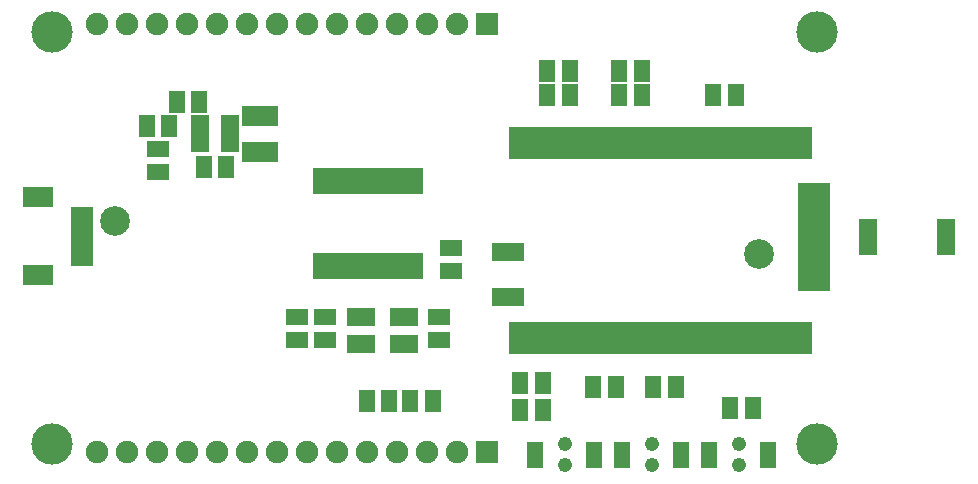
<source format=gts>
G04 (created by PCBNEW-RS274X (2012-jan-04)-stable) date Sun 27 Jan 2013 19:14:15 CET*
G01*
G70*
G90*
%MOIN*%
G04 Gerber Fmt 3.4, Leading zero omitted, Abs format*
%FSLAX34Y34*%
G04 APERTURE LIST*
%ADD10C,0.006000*%
%ADD11R,0.055400X0.090900*%
%ADD12C,0.047600*%
%ADD13R,0.059400X0.047600*%
%ADD14R,0.120000X0.070000*%
%ADD15R,0.055000X0.075000*%
%ADD16R,0.075000X0.055000*%
%ADD17R,0.060000X0.110000*%
%ADD18R,0.110000X0.060000*%
%ADD19R,0.060000X0.120000*%
%ADD20R,0.037700X0.088900*%
%ADD21R,0.094800X0.063300*%
%ADD22R,0.075000X0.075000*%
%ADD23C,0.075000*%
%ADD24R,0.075100X0.043600*%
%ADD25R,0.098700X0.067200*%
%ADD26C,0.138100*%
%ADD27C,0.098700*%
G04 APERTURE END LIST*
G54D10*
G54D11*
X69016Y-32600D03*
X70984Y-32600D03*
G54D12*
X70000Y-32954D03*
X70000Y-32246D03*
G54D11*
X66116Y-32600D03*
X68084Y-32600D03*
G54D12*
X67100Y-32954D03*
X67100Y-32246D03*
G54D13*
X54950Y-22275D03*
X54950Y-21900D03*
X54950Y-21525D03*
X55950Y-21525D03*
X55950Y-21900D03*
X55950Y-22275D03*
G54D14*
X56950Y-21300D03*
X56950Y-22500D03*
G54D15*
X53175Y-21650D03*
X53925Y-21650D03*
X54925Y-20850D03*
X54175Y-20850D03*
G54D16*
X63300Y-26475D03*
X63300Y-25725D03*
X58175Y-28025D03*
X58175Y-28775D03*
G54D15*
X68925Y-19800D03*
X69675Y-19800D03*
X68925Y-20600D03*
X69675Y-20600D03*
X67275Y-19800D03*
X66525Y-19800D03*
X66525Y-20600D03*
X67275Y-20600D03*
G54D16*
X53550Y-22425D03*
X53550Y-23175D03*
G54D15*
X70050Y-30350D03*
X70800Y-30350D03*
X65625Y-30200D03*
X66375Y-30200D03*
X65625Y-31100D03*
X66375Y-31100D03*
X55075Y-23000D03*
X55825Y-23000D03*
X72050Y-20600D03*
X72800Y-20600D03*
G54D17*
X65550Y-28700D03*
X66050Y-28700D03*
X66550Y-28700D03*
X67050Y-28700D03*
X67550Y-28700D03*
X68050Y-28700D03*
X68550Y-28700D03*
X69050Y-28700D03*
X69550Y-28700D03*
X70050Y-28700D03*
X70550Y-28700D03*
X71050Y-28700D03*
X71550Y-28700D03*
X72050Y-28700D03*
X72550Y-28700D03*
X73050Y-28700D03*
X73550Y-28700D03*
X74050Y-28700D03*
X74550Y-28700D03*
X75050Y-28700D03*
G54D18*
X75400Y-26850D03*
X75400Y-26350D03*
X75400Y-25850D03*
X75400Y-25350D03*
X75400Y-24850D03*
X75400Y-24350D03*
X75400Y-23850D03*
G54D17*
X75050Y-22200D03*
X74550Y-22200D03*
X74050Y-22200D03*
X73550Y-22200D03*
X73050Y-22200D03*
X72550Y-22200D03*
X72050Y-22200D03*
X71550Y-22200D03*
X71050Y-22200D03*
X70550Y-22200D03*
X70050Y-22200D03*
X69550Y-22200D03*
X69050Y-22200D03*
X68550Y-22200D03*
X68050Y-22200D03*
X67550Y-22200D03*
X67050Y-22200D03*
X66550Y-22200D03*
X66050Y-22200D03*
X65550Y-22200D03*
G54D18*
X65200Y-27350D03*
X65200Y-25850D03*
G54D19*
X77200Y-25350D03*
X79800Y-25350D03*
G54D15*
X68050Y-30350D03*
X68800Y-30350D03*
G54D20*
X58865Y-26318D03*
X59121Y-26318D03*
X59377Y-26318D03*
X59633Y-26318D03*
X59889Y-26318D03*
X60145Y-26318D03*
X60400Y-26318D03*
X60656Y-26318D03*
X60912Y-26318D03*
X61168Y-26318D03*
X61424Y-26318D03*
X61680Y-26318D03*
X61936Y-26318D03*
X62192Y-26318D03*
X62192Y-23483D03*
X61936Y-23483D03*
X61680Y-23483D03*
X61424Y-23483D03*
X61168Y-23483D03*
X60912Y-23483D03*
X60656Y-23483D03*
X60400Y-23483D03*
X60145Y-23483D03*
X59889Y-23483D03*
X59633Y-23483D03*
X59377Y-23483D03*
X59121Y-23483D03*
X58865Y-23483D03*
G54D16*
X59100Y-28775D03*
X59100Y-28025D03*
X62900Y-28025D03*
X62900Y-28775D03*
G54D21*
X60300Y-28900D03*
X61757Y-28900D03*
X61757Y-27994D03*
X60300Y-27994D03*
G54D22*
X64500Y-18250D03*
G54D23*
X63500Y-18250D03*
X62500Y-18250D03*
X61500Y-18250D03*
X60500Y-18250D03*
X59500Y-18250D03*
X58500Y-18250D03*
X57500Y-18250D03*
X56500Y-18250D03*
X55500Y-18250D03*
X54500Y-18250D03*
X53500Y-18250D03*
X52500Y-18250D03*
X51500Y-18250D03*
G54D11*
X71916Y-32600D03*
X73884Y-32600D03*
G54D12*
X72900Y-32954D03*
X72900Y-32246D03*
G54D15*
X72625Y-31050D03*
X73375Y-31050D03*
X62700Y-30825D03*
X61950Y-30825D03*
X61250Y-30825D03*
X60500Y-30825D03*
G54D24*
X51002Y-24538D03*
X51002Y-24932D03*
X51002Y-25325D03*
X51002Y-25719D03*
X51002Y-26113D03*
G54D25*
X49545Y-24026D03*
X49545Y-26625D03*
G54D22*
X64500Y-32500D03*
G54D23*
X63500Y-32500D03*
X62500Y-32500D03*
X61500Y-32500D03*
X60500Y-32500D03*
X59500Y-32500D03*
X58500Y-32500D03*
X57500Y-32500D03*
X56500Y-32500D03*
X55500Y-32500D03*
X54500Y-32500D03*
X53500Y-32500D03*
X52500Y-32500D03*
X51500Y-32500D03*
G54D26*
X75500Y-18500D03*
X75500Y-32250D03*
X50000Y-18500D03*
X50000Y-32250D03*
G54D27*
X73586Y-25900D03*
X52114Y-24800D03*
M02*

</source>
